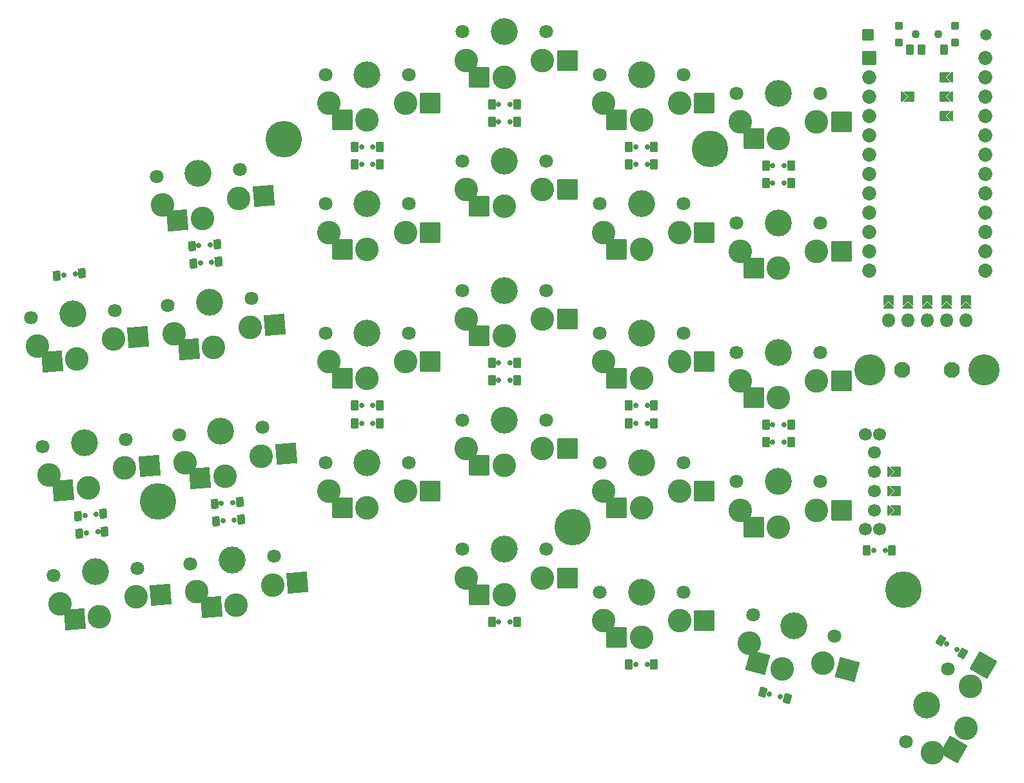
<source format=gts>
%TF.GenerationSoftware,KiCad,Pcbnew,7.0.10-7.0.10~ubuntu22.04.1*%
%TF.CreationDate,2024-02-09T13:23:23+01:00*%
%TF.ProjectId,keyboard,6b657962-6f61-4726-942e-6b696361645f,v1.0.0*%
%TF.SameCoordinates,Original*%
%TF.FileFunction,Soldermask,Top*%
%TF.FilePolarity,Negative*%
%FSLAX46Y46*%
G04 Gerber Fmt 4.6, Leading zero omitted, Abs format (unit mm)*
G04 Created by KiCad (PCBNEW 7.0.10-7.0.10~ubuntu22.04.1) date 2024-02-09 13:23:23*
%MOMM*%
%LPD*%
G01*
G04 APERTURE LIST*
G04 Aperture macros list*
%AMRoundRect*
0 Rectangle with rounded corners*
0 $1 Rounding radius*
0 $2 $3 $4 $5 $6 $7 $8 $9 X,Y pos of 4 corners*
0 Add a 4 corners polygon primitive as box body*
4,1,4,$2,$3,$4,$5,$6,$7,$8,$9,$2,$3,0*
0 Add four circle primitives for the rounded corners*
1,1,$1+$1,$2,$3*
1,1,$1+$1,$4,$5*
1,1,$1+$1,$6,$7*
1,1,$1+$1,$8,$9*
0 Add four rect primitives between the rounded corners*
20,1,$1+$1,$2,$3,$4,$5,0*
20,1,$1+$1,$4,$5,$6,$7,0*
20,1,$1+$1,$6,$7,$8,$9,0*
20,1,$1+$1,$8,$9,$2,$3,0*%
%AMFreePoly0*
4,1,14,0.635355,0.435355,0.650000,0.400000,0.650000,0.200000,0.635355,0.164645,0.035355,-0.435355,0.000000,-0.450000,-0.035355,-0.435355,-0.635355,0.164645,-0.650000,0.200000,-0.650000,0.400000,-0.635355,0.435355,-0.600000,0.450000,0.600000,0.450000,0.635355,0.435355,0.635355,0.435355,$1*%
%AMFreePoly1*
4,1,16,0.635355,1.035355,0.650000,1.000000,0.650000,-0.250000,0.635355,-0.285355,0.600000,-0.300000,-0.600000,-0.300000,-0.635355,-0.285355,-0.650000,-0.250000,-0.650000,1.000000,-0.635355,1.035355,-0.600000,1.050000,-0.564645,1.035355,0.000000,0.470710,0.564645,1.035355,0.600000,1.050000,0.635355,1.035355,0.635355,1.035355,$1*%
G04 Aperture macros list end*
%ADD10RoundRect,0.050000X-0.450000X-0.450000X0.450000X-0.450000X0.450000X0.450000X-0.450000X0.450000X0*%
%ADD11C,1.100000*%
%ADD12RoundRect,0.050000X-0.450000X-0.625000X0.450000X-0.625000X0.450000X0.625000X-0.450000X0.625000X0*%
%ADD13C,1.801800*%
%ADD14C,3.100000*%
%ADD15C,3.529000*%
%ADD16RoundRect,0.050000X1.300000X1.300000X-1.300000X1.300000X-1.300000X-1.300000X1.300000X-1.300000X0*%
%ADD17RoundRect,0.050000X-0.450000X-0.600000X0.450000X-0.600000X0.450000X0.600000X-0.450000X0.600000X0*%
%ADD18C,0.700000*%
%ADD19RoundRect,0.050000X-0.876300X0.876300X-0.876300X-0.876300X0.876300X-0.876300X0.876300X0.876300X0*%
%ADD20C,1.852600*%
%ADD21RoundRect,0.050000X1.181751X1.408356X-1.408356X1.181751X-1.181751X-1.408356X1.408356X-1.181751X0*%
%ADD22C,4.800000*%
%ADD23FreePoly0,270.000000*%
%ADD24FreePoly1,270.000000*%
%ADD25FreePoly0,90.000000*%
%ADD26FreePoly1,90.000000*%
%ADD27C,4.100000*%
%ADD28FreePoly0,180.000000*%
%ADD29FreePoly1,180.000000*%
%ADD30RoundRect,0.050000X-0.395994X-0.636937X0.500581X-0.558497X0.395994X0.636937X-0.500581X0.558497X0*%
%ADD31RoundRect,0.050000X-0.700000X0.700000X-0.700000X-0.700000X0.700000X-0.700000X0.700000X0.700000X0*%
%ADD32C,1.500000*%
%ADD33O,1.800000X1.800000*%
%ADD34RoundRect,0.050000X-0.589958X-0.463087X0.279375X-0.696024X0.589958X0.463087X-0.279375X0.696024X0*%
%ADD35RoundRect,0.050000X-0.475833X1.775833X-1.775833X-0.475833X0.475833X-1.775833X1.775833X0.475833X0*%
%ADD36C,2.100000*%
%ADD37C,1.700000*%
%ADD38RoundRect,0.050000X1.592168X0.919239X-0.919239X1.592168X-1.592168X-0.919239X0.919239X-1.592168X0*%
%ADD39RoundRect,0.050000X-0.689711X-0.294615X0.089711X-0.744615X0.689711X0.294615X-0.089711X0.744615X0*%
G04 APERTURE END LIST*
D10*
%TO.C,T1*%
X160405700Y-53674001D03*
X160405700Y-55874001D03*
D11*
X162605700Y-54774001D03*
X165605700Y-54774001D03*
D10*
X167805700Y-53674001D03*
X167805700Y-55874001D03*
D12*
X166355700Y-56849001D03*
X163355700Y-56849001D03*
X161855700Y-56849001D03*
%TD*%
D13*
%TO.C,S20*%
X132105692Y-77074008D03*
D14*
X131605692Y-80824008D03*
X126605692Y-83024008D03*
X126605692Y-83024008D03*
D15*
X126605692Y-77074008D03*
D14*
X121605692Y-80824008D03*
D13*
X121105692Y-77074008D03*
D16*
X123330692Y-83024008D03*
X134880692Y-80824008D03*
%TD*%
D17*
%TO.C,D20*%
X88955699Y-71874007D03*
D18*
X89855699Y-71874007D03*
X91355699Y-71874007D03*
D17*
X92255699Y-71874007D03*
%TD*%
%TO.C,D26*%
X142955696Y-74374007D03*
D18*
X143855696Y-74374007D03*
X145355696Y-74374007D03*
D17*
X146255696Y-74374007D03*
%TD*%
D19*
%TO.C,MCU1*%
X156485688Y-57904005D03*
D20*
X156485688Y-57904005D03*
X156485688Y-60444005D03*
X156485688Y-62984005D03*
X156485688Y-65524005D03*
X156485688Y-68064005D03*
X156485688Y-70604005D03*
X156485688Y-73144005D03*
X156485688Y-75684005D03*
X156485688Y-78224005D03*
X156485688Y-80764005D03*
X156485688Y-83304005D03*
X156485688Y-85844005D03*
X171725688Y-57904005D03*
X171725688Y-60444005D03*
X171725688Y-62984005D03*
X171725688Y-65524005D03*
X171725688Y-68064005D03*
X171725688Y-70604005D03*
X171725688Y-73144005D03*
X171725688Y-75684005D03*
X171725688Y-78224005D03*
X171725688Y-80764005D03*
X171725688Y-83304005D03*
X171725688Y-85844005D03*
%TD*%
D13*
%TO.C,S22*%
X150105694Y-113574005D03*
D14*
X149605694Y-117324005D03*
X144605694Y-119524005D03*
X144605694Y-119524005D03*
D15*
X144605694Y-113574005D03*
D14*
X139605694Y-117324005D03*
D13*
X139105694Y-113574005D03*
D16*
X141330694Y-119524005D03*
X152880694Y-117324005D03*
%TD*%
D13*
%TO.C,S1*%
X60415238Y-124943808D03*
D14*
X60243975Y-128723116D03*
X55454744Y-131350523D03*
X55454744Y-131350523D03*
D15*
X54936167Y-125423165D03*
D14*
X50282028Y-129594674D03*
D13*
X49457096Y-125902522D03*
D21*
X52192206Y-131635959D03*
X63506512Y-128437681D03*
%TD*%
D13*
%TO.C,S9*%
X96105691Y-94074003D03*
D14*
X95605691Y-97824003D03*
X90605691Y-100024003D03*
X90605691Y-100024003D03*
D15*
X90605691Y-94074003D03*
D14*
X85605691Y-97824003D03*
D13*
X85105691Y-94074003D03*
D16*
X87330691Y-100024003D03*
X98880691Y-97824003D03*
%TD*%
D22*
%TO.C,_7*%
X117605698Y-119574006D03*
%TD*%
D17*
%TO.C,D19*%
X88955691Y-105874011D03*
D18*
X89855691Y-105874011D03*
X91355691Y-105874011D03*
D17*
X92255691Y-105874011D03*
%TD*%
D23*
%TO.C,J11*%
X167113699Y-60424006D03*
D24*
X166097699Y-60424006D03*
%TD*%
D25*
%TO.C,J4*%
X159347687Y-117383996D03*
D26*
X160363687Y-117383996D03*
%TD*%
D17*
%TO.C,D9*%
X124955694Y-137573999D03*
D18*
X125855694Y-137573999D03*
X127355694Y-137573999D03*
D17*
X128255694Y-137573999D03*
%TD*%
D22*
%TO.C,_6*%
X63161113Y-116171110D03*
%TD*%
D13*
%TO.C,S23*%
X150105690Y-96574001D03*
D14*
X149605690Y-100324001D03*
X144605690Y-102524001D03*
X144605690Y-102524001D03*
D15*
X144605690Y-96574001D03*
D14*
X139605690Y-100324001D03*
D13*
X139105690Y-96574001D03*
D16*
X141330690Y-102524001D03*
X152880690Y-100324001D03*
%TD*%
D27*
%TO.C,_3*%
X171605691Y-98873997D03*
%TD*%
D13*
%TO.C,S2*%
X58933599Y-108008497D03*
D14*
X58762336Y-111787805D03*
X53973105Y-114415212D03*
X53973105Y-114415212D03*
D15*
X53454528Y-108487854D03*
D14*
X48800389Y-112659363D03*
D13*
X47975457Y-108967211D03*
D21*
X50710567Y-114700648D03*
X62024873Y-111502370D03*
%TD*%
D22*
%TO.C,_4*%
X79605694Y-68574003D03*
%TD*%
D28*
%TO.C,J20*%
X169185693Y-90382002D03*
D29*
X169185693Y-89366002D03*
%TD*%
D17*
%TO.C,D22*%
X106955699Y-66264004D03*
D18*
X107855699Y-66264004D03*
X109355699Y-66264004D03*
D17*
X110255699Y-66264004D03*
%TD*%
D13*
%TO.C,S12*%
X114105694Y-122464005D03*
D14*
X113605694Y-126214005D03*
X108605694Y-128414005D03*
X108605694Y-128414005D03*
D15*
X108605694Y-122464005D03*
D14*
X103605694Y-126214005D03*
D13*
X103105694Y-122464005D03*
D16*
X105330694Y-128414005D03*
X116880694Y-126214005D03*
%TD*%
D13*
%TO.C,S24*%
X150105702Y-79574002D03*
D14*
X149605702Y-83324002D03*
X144605702Y-85524002D03*
X144605702Y-85524002D03*
D15*
X144605702Y-79574002D03*
D14*
X139605702Y-83324002D03*
D13*
X139105702Y-79574002D03*
D16*
X141330702Y-85524002D03*
X152880702Y-83324002D03*
%TD*%
D17*
%TO.C,D4*%
X88955699Y-103574005D03*
D18*
X89855699Y-103574005D03*
X91355699Y-103574005D03*
D17*
X92255699Y-103574005D03*
%TD*%
D22*
%TO.C,_8*%
X160984199Y-127797132D03*
%TD*%
D28*
%TO.C,J23*%
X161565699Y-90382000D03*
D29*
X161565699Y-89366000D03*
%TD*%
D23*
%TO.C,J13*%
X167113698Y-65524002D03*
D24*
X166097698Y-65524002D03*
%TD*%
D17*
%TO.C,D8*%
X106955694Y-63964002D03*
D18*
X107855694Y-63964002D03*
X109355694Y-63964002D03*
D17*
X110255694Y-63964002D03*
%TD*%
D30*
%TO.C,D1*%
X52638789Y-118095508D03*
D18*
X53535364Y-118017068D03*
X55029656Y-117886334D03*
D30*
X55926231Y-117807894D03*
%TD*%
D13*
%TO.C,S3*%
X57451946Y-91073186D03*
D14*
X57280683Y-94852494D03*
X52491452Y-97479901D03*
X52491452Y-97479901D03*
D15*
X51972875Y-91552543D03*
D14*
X47318736Y-95724052D03*
D13*
X46493804Y-92031900D03*
D21*
X49228914Y-97765337D03*
X60543220Y-94567059D03*
%TD*%
D27*
%TO.C,_2*%
X156605701Y-98874007D03*
%TD*%
D13*
%TO.C,S10*%
X96105696Y-77074001D03*
D14*
X95605696Y-80824001D03*
X90605696Y-83024001D03*
X90605696Y-83024001D03*
D15*
X90605696Y-77074001D03*
D14*
X85605696Y-80824001D03*
D13*
X85105696Y-77074001D03*
D16*
X87330696Y-83024001D03*
X98880696Y-80824001D03*
%TD*%
D31*
%TO.C,*%
X156355698Y-54874006D03*
D32*
X171855698Y-54874006D03*
%TD*%
D13*
%TO.C,S6*%
X75383454Y-89504382D03*
D14*
X75212191Y-93283690D03*
X70422960Y-95911097D03*
X70422960Y-95911097D03*
D15*
X69904383Y-89983739D03*
D14*
X65250244Y-94155248D03*
D13*
X64425312Y-90463096D03*
D21*
X67160422Y-96196533D03*
X78474728Y-92998255D03*
%TD*%
D17*
%TO.C,D25*%
X142955694Y-108374009D03*
D18*
X143855694Y-108374009D03*
X145355694Y-108374009D03*
D17*
X146255694Y-108374009D03*
%TD*%
%TO.C,D24*%
X124955695Y-71874001D03*
D18*
X125855695Y-71874001D03*
X127355695Y-71874001D03*
D17*
X128255695Y-71874001D03*
%TD*%
D13*
%TO.C,S16*%
X114105697Y-54464005D03*
D14*
X113605697Y-58214005D03*
X108605697Y-60414005D03*
X108605697Y-60414005D03*
D15*
X108605697Y-54464005D03*
D14*
X103605697Y-58214005D03*
D13*
X103105697Y-54464005D03*
D16*
X105330697Y-60414005D03*
X116880697Y-58214005D03*
%TD*%
D33*
%TO.C,Nice!View1*%
X166645699Y-92374001D03*
X169185699Y-92374001D03*
X164105699Y-92374001D03*
X161565699Y-92374001D03*
X159025699Y-92374001D03*
%TD*%
D17*
%TO.C,D10*%
X124955698Y-103574004D03*
D18*
X125855698Y-103574004D03*
X127355698Y-103574004D03*
D17*
X128255698Y-103574004D03*
%TD*%
%TO.C,D28*%
X156205696Y-122574004D03*
D18*
X157105696Y-122574004D03*
X158605696Y-122574004D03*
D17*
X159505696Y-122574004D03*
%TD*%
D28*
%TO.C,J22*%
X164105695Y-90382002D03*
D29*
X164105695Y-89366002D03*
%TD*%
D13*
%TO.C,S5*%
X76865099Y-106439688D03*
D14*
X76693836Y-110218996D03*
X71904605Y-112846403D03*
X71904605Y-112846403D03*
D15*
X71386028Y-106919045D03*
D14*
X66731889Y-111090554D03*
D13*
X65906957Y-107398402D03*
D21*
X68642067Y-113131839D03*
X79956373Y-109933561D03*
%TD*%
D13*
%TO.C,S8*%
X96105702Y-111074006D03*
D14*
X95605702Y-114824006D03*
X90605702Y-117024006D03*
X90605702Y-117024006D03*
D15*
X90605702Y-111074006D03*
D14*
X85605702Y-114824006D03*
D13*
X85105702Y-111074006D03*
D16*
X87330702Y-117024006D03*
X98880702Y-114824006D03*
%TD*%
D17*
%TO.C,D6*%
X106955698Y-131963998D03*
D18*
X107855698Y-131963998D03*
X109355698Y-131963998D03*
D17*
X110255698Y-131963998D03*
%TD*%
D34*
%TO.C,D14*%
X142553138Y-141213247D03*
D18*
X143422472Y-141446184D03*
X144871360Y-141834412D03*
D34*
X145740694Y-142067349D03*
%TD*%
D25*
%TO.C,J14*%
X161097698Y-62974001D03*
D26*
X162113698Y-62974001D03*
%TD*%
D13*
%TO.C,S27*%
X166840443Y-138189733D03*
D14*
X169838038Y-140497746D03*
X169243294Y-145927873D03*
X169243294Y-145927873D03*
D15*
X164090443Y-142952873D03*
D14*
X164838038Y-149158000D03*
D13*
X161340443Y-147716013D03*
D35*
X167605794Y-148764106D03*
X171475538Y-137661513D03*
%TD*%
D28*
%TO.C,J21*%
X166645694Y-90382002D03*
D29*
X166645694Y-89366002D03*
%TD*%
D17*
%TO.C,D23*%
X124955695Y-105874000D03*
D18*
X125855695Y-105874000D03*
X127355695Y-105874000D03*
D17*
X128255695Y-105874000D03*
%TD*%
%TO.C,D12*%
X142955701Y-106074002D03*
D18*
X143855701Y-106074002D03*
X145355701Y-106074002D03*
D17*
X146255701Y-106074002D03*
%TD*%
D13*
%TO.C,S19*%
X132105699Y-94074005D03*
D14*
X131605699Y-97824005D03*
X126605699Y-100024005D03*
X126605699Y-100024005D03*
D15*
X126605699Y-94074005D03*
D14*
X121605699Y-97824005D03*
D13*
X121105699Y-94074005D03*
D16*
X123330699Y-100024005D03*
X134880699Y-97824005D03*
%TD*%
D13*
%TO.C,S14*%
X114105694Y-88464004D03*
D14*
X113605694Y-92214004D03*
X108605694Y-94414004D03*
X108605694Y-94414004D03*
D15*
X108605694Y-88464004D03*
D14*
X103605694Y-92214004D03*
D13*
X103105694Y-88464004D03*
D16*
X105330694Y-94414004D03*
X116880694Y-92214004D03*
%TD*%
D13*
%TO.C,S13*%
X114105698Y-105464004D03*
D14*
X113605698Y-109214004D03*
X108605698Y-111414004D03*
X108605698Y-111414004D03*
D15*
X108605698Y-105464004D03*
D14*
X103605698Y-109214004D03*
D13*
X103105698Y-105464004D03*
D16*
X105330698Y-111414004D03*
X116880698Y-109214004D03*
%TD*%
D25*
%TO.C,J5*%
X159347696Y-114844003D03*
D26*
X160363696Y-114844003D03*
%TD*%
D25*
%TO.C,J6*%
X159347698Y-112304005D03*
D26*
X160363698Y-112304005D03*
%TD*%
D13*
%TO.C,S18*%
X132105698Y-111074008D03*
D14*
X131605698Y-114824008D03*
X126605698Y-117024008D03*
X126605698Y-117024008D03*
D15*
X126605698Y-111074008D03*
D14*
X121605698Y-114824008D03*
D13*
X121105698Y-111074008D03*
D16*
X123330698Y-117024008D03*
X134880698Y-114824008D03*
%TD*%
D36*
%TO.C,_1*%
X160855690Y-98874000D03*
X167355690Y-98874000D03*
%TD*%
D30*
%TO.C,D16*%
X49875945Y-86516140D03*
D18*
X50772520Y-86437700D03*
X52266812Y-86306966D03*
D30*
X53163387Y-86228526D03*
%TD*%
D23*
%TO.C,J12*%
X167113695Y-62974005D03*
D24*
X166097695Y-62974005D03*
%TD*%
D28*
%TO.C,J24*%
X159025697Y-90382007D03*
D29*
X159025697Y-89366007D03*
%TD*%
D30*
%TO.C,D17*%
X70770747Y-118817960D03*
D18*
X71667322Y-118739520D03*
X73161614Y-118608786D03*
D30*
X74058189Y-118530346D03*
%TD*%
D17*
%TO.C,D13*%
X142955702Y-72074001D03*
D18*
X143855702Y-72074001D03*
X145355702Y-72074001D03*
D17*
X146255702Y-72074001D03*
%TD*%
D37*
%TO.C,REF\u002A\u002A*%
X157230689Y-109764005D03*
X157230689Y-112304005D03*
X157230689Y-114844005D03*
X157230689Y-117384005D03*
X156005689Y-107374005D03*
X156005689Y-119774005D03*
X157855689Y-107374005D03*
X157855689Y-119774005D03*
%TD*%
D13*
%TO.C,S15*%
X114105698Y-71464005D03*
D14*
X113605698Y-75214005D03*
X108605698Y-77414005D03*
X108605698Y-77414005D03*
D15*
X108605698Y-71464005D03*
D14*
X103605698Y-75214005D03*
D13*
X103105698Y-71464005D03*
D16*
X105330698Y-77414005D03*
X116880698Y-75214005D03*
%TD*%
D13*
%TO.C,S21*%
X132105690Y-60074001D03*
D14*
X131605690Y-63824001D03*
X126605690Y-66024001D03*
X126605690Y-66024001D03*
D15*
X126605690Y-60074001D03*
D14*
X121605690Y-63824001D03*
D13*
X121105690Y-60074001D03*
D16*
X123330690Y-66024001D03*
X134880690Y-63824001D03*
%TD*%
D30*
%TO.C,D15*%
X52839240Y-120386761D03*
D18*
X53735815Y-120308321D03*
X55230107Y-120177587D03*
D30*
X56126682Y-120099147D03*
%TD*%
D13*
%TO.C,S11*%
X96105698Y-60074002D03*
D14*
X95605698Y-63824002D03*
X90605698Y-66024002D03*
X90605698Y-66024002D03*
D15*
X90605698Y-60074002D03*
D14*
X85605698Y-63824002D03*
D13*
X85105698Y-60074002D03*
D16*
X87330698Y-66024002D03*
X98880698Y-63824002D03*
%TD*%
D30*
%TO.C,D2*%
X70570285Y-116526704D03*
D18*
X71466860Y-116448264D03*
X72961152Y-116317530D03*
D30*
X73857727Y-116239090D03*
%TD*%
D13*
%TO.C,S26*%
X151918293Y-133887513D03*
D14*
X150464759Y-137380325D03*
X145065728Y-138211267D03*
X145065728Y-138211267D03*
D15*
X146605701Y-132464008D03*
D14*
X140805500Y-134792135D03*
D13*
X141293109Y-131040503D03*
D38*
X141902321Y-137363634D03*
X153628166Y-138227957D03*
%TD*%
D30*
%TO.C,D3*%
X67606995Y-82656078D03*
D18*
X68503570Y-82577638D03*
X69997862Y-82446904D03*
D30*
X70894437Y-82368464D03*
%TD*%
D13*
%TO.C,S7*%
X73901813Y-72569071D03*
D14*
X73730550Y-76348379D03*
X68941319Y-78975786D03*
X68941319Y-78975786D03*
D15*
X68422742Y-73048428D03*
D14*
X63768603Y-77219937D03*
D13*
X62943671Y-73527785D03*
D21*
X65678781Y-79261222D03*
X76993087Y-76062944D03*
%TD*%
D39*
%TO.C,D27*%
X165932968Y-134461509D03*
D18*
X166712391Y-134911509D03*
X168011429Y-135661509D03*
D39*
X168790852Y-136111509D03*
%TD*%
D13*
%TO.C,S25*%
X150105694Y-62574002D03*
D14*
X149605694Y-66324002D03*
X144605694Y-68524002D03*
X144605694Y-68524002D03*
D15*
X144605694Y-62574002D03*
D14*
X139605694Y-66324002D03*
D13*
X139105694Y-62574002D03*
D16*
X141330694Y-68524002D03*
X152880694Y-66324002D03*
%TD*%
D17*
%TO.C,D21*%
X106955700Y-100264000D03*
D18*
X107855700Y-100264000D03*
X109355700Y-100264000D03*
D17*
X110255700Y-100264000D03*
%TD*%
D13*
%TO.C,S4*%
X78346756Y-123375000D03*
D14*
X78175493Y-127154308D03*
X73386262Y-129781715D03*
X73386262Y-129781715D03*
D15*
X72867685Y-123854357D03*
D14*
X68213546Y-128025866D03*
D13*
X67388614Y-124333714D03*
D21*
X70123724Y-130067151D03*
X81438030Y-126868873D03*
%TD*%
D13*
%TO.C,S17*%
X132105699Y-128073999D03*
D14*
X131605699Y-131823999D03*
X126605699Y-134023999D03*
X126605699Y-134023999D03*
D15*
X126605699Y-128073999D03*
D14*
X121605699Y-131823999D03*
D13*
X121105699Y-128073999D03*
D16*
X123330699Y-134023999D03*
X134880699Y-131823999D03*
%TD*%
D22*
%TO.C,_5*%
X135605700Y-69823998D03*
%TD*%
D17*
%TO.C,D11*%
X124955699Y-69574006D03*
D18*
X125855699Y-69574006D03*
X127355699Y-69574006D03*
D17*
X128255699Y-69574006D03*
%TD*%
%TO.C,D5*%
X88955704Y-69574007D03*
D18*
X89855704Y-69574007D03*
X91355704Y-69574007D03*
D17*
X92255704Y-69574007D03*
%TD*%
%TO.C,D7*%
X106955698Y-97964002D03*
D18*
X107855698Y-97964002D03*
X109355698Y-97964002D03*
D17*
X110255698Y-97964002D03*
%TD*%
D30*
%TO.C,D18*%
X67807446Y-84947330D03*
D18*
X68704021Y-84868890D03*
X70198313Y-84738156D03*
D30*
X71094888Y-84659716D03*
%TD*%
M02*

</source>
